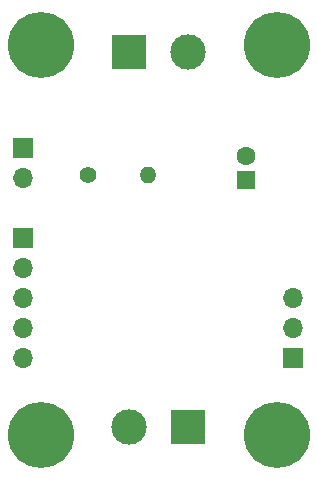
<source format=gbr>
%TF.GenerationSoftware,KiCad,Pcbnew,(7.0.0)*%
%TF.CreationDate,2023-05-21T11:30:13-07:00*%
%TF.ProjectId,DRV8874-breakout-board,44525638-3837-4342-9d62-7265616b6f75,rev?*%
%TF.SameCoordinates,Original*%
%TF.FileFunction,Soldermask,Bot*%
%TF.FilePolarity,Negative*%
%FSLAX46Y46*%
G04 Gerber Fmt 4.6, Leading zero omitted, Abs format (unit mm)*
G04 Created by KiCad (PCBNEW (7.0.0)) date 2023-05-21 11:30:13*
%MOMM*%
%LPD*%
G01*
G04 APERTURE LIST*
%ADD10R,1.700000X1.700000*%
%ADD11O,1.700000X1.700000*%
%ADD12C,5.600000*%
%ADD13R,3.000000X3.000000*%
%ADD14C,3.000000*%
%ADD15R,1.600000X1.600000*%
%ADD16C,1.600000*%
%ADD17C,1.400000*%
%ADD18O,1.400000X1.400000*%
G04 APERTURE END LIST*
D10*
%TO.C,J105*%
X141959999Y-105679999D03*
D11*
X141959999Y-103139999D03*
X141959999Y-100599999D03*
%TD*%
D10*
%TO.C,J104*%
X119099999Y-95519999D03*
D11*
X119099999Y-98059999D03*
X119099999Y-100599999D03*
X119099999Y-103139999D03*
X119099999Y-105679999D03*
%TD*%
D12*
%TO.C,H104*%
X140600000Y-112200000D03*
%TD*%
D13*
%TO.C,J103*%
X128099999Y-79799999D03*
D14*
X133100000Y-79800000D03*
%TD*%
D15*
%TO.C,C104*%
X137999999Y-90655112D03*
D16*
X138000000Y-88655113D03*
%TD*%
D17*
%TO.C,R103*%
X124600000Y-90200000D03*
D18*
X129679999Y-90199999D03*
%TD*%
D12*
%TO.C,H103*%
X120600000Y-112200000D03*
%TD*%
D10*
%TO.C,J102*%
X119099999Y-87899999D03*
D11*
X119099999Y-90439999D03*
%TD*%
D12*
%TO.C,H102*%
X140600000Y-79200000D03*
%TD*%
D13*
%TO.C,J101*%
X133099999Y-111599999D03*
D14*
X128100000Y-111600000D03*
%TD*%
D12*
%TO.C,H101*%
X120600000Y-79200000D03*
%TD*%
M02*

</source>
